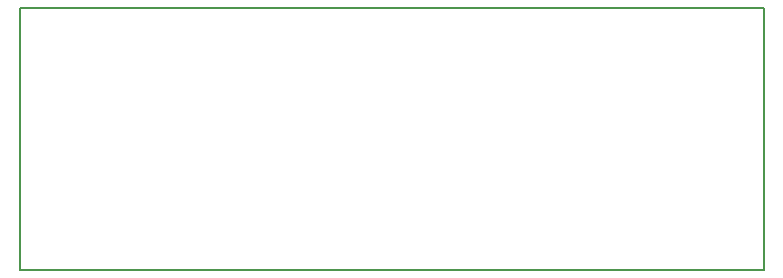
<source format=gbr>
G04 #@! TF.GenerationSoftware,KiCad,Pcbnew,(5.0.1)-3*
G04 #@! TF.CreationDate,2020-02-13T16:16:06-05:00*
G04 #@! TF.ProjectId,ESC_V1,4553435F56312E6B696361645F706362,rev?*
G04 #@! TF.SameCoordinates,Original*
G04 #@! TF.FileFunction,Profile,NP*
%FSLAX46Y46*%
G04 Gerber Fmt 4.6, Leading zero omitted, Abs format (unit mm)*
G04 Created by KiCad (PCBNEW (5.0.1)-3) date 2/13/2020 4:16:06 PM*
%MOMM*%
%LPD*%
G01*
G04 APERTURE LIST*
%ADD10C,0.150000*%
G04 APERTURE END LIST*
D10*
X185000000Y-70750000D02*
X122000000Y-70750000D01*
X185000000Y-48500000D02*
X185000000Y-70750000D01*
X122000000Y-48500000D02*
X185000000Y-48500000D01*
X122000000Y-70750000D02*
X122000000Y-48500000D01*
M02*

</source>
